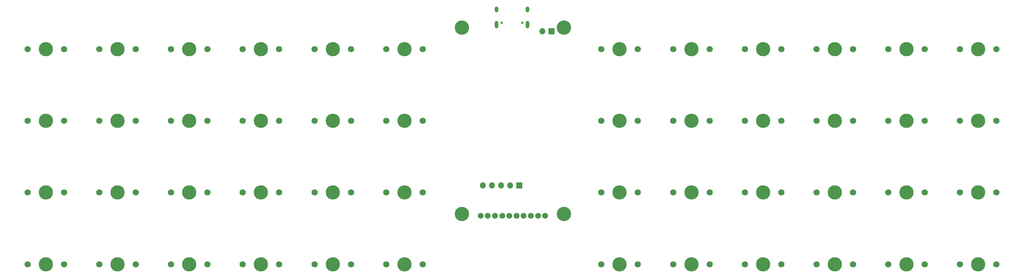
<source format=gbr>
%TF.GenerationSoftware,KiCad,Pcbnew,(6.0.7)*%
%TF.CreationDate,2022-08-23T18:51:20+01:00*%
%TF.ProjectId,ortho40,6f727468-6f34-4302-9e6b-696361645f70,rev?*%
%TF.SameCoordinates,Original*%
%TF.FileFunction,Soldermask,Top*%
%TF.FilePolarity,Negative*%
%FSLAX46Y46*%
G04 Gerber Fmt 4.6, Leading zero omitted, Abs format (unit mm)*
G04 Created by KiCad (PCBNEW (6.0.7)) date 2022-08-23 18:51:20*
%MOMM*%
%LPD*%
G01*
G04 APERTURE LIST*
%ADD10C,1.650000*%
%ADD11C,4.000000*%
%ADD12C,3.987800*%
%ADD13C,1.750000*%
%ADD14R,1.700000X1.700000*%
%ADD15O,1.700000X1.700000*%
%ADD16O,1.000000X1.600000*%
%ADD17O,1.000000X2.100000*%
%ADD18C,0.650000*%
G04 APERTURE END LIST*
D10*
%TO.C,U5*%
X171250000Y-76500000D03*
X173250000Y-76500000D03*
X175250000Y-76500000D03*
X177250000Y-76500000D03*
X179250000Y-76500000D03*
X181250000Y-76500000D03*
X183250000Y-76500000D03*
X185250000Y-76500000D03*
X187250000Y-76500000D03*
X189250000Y-76500000D03*
D11*
X194500000Y-24000000D03*
X166000000Y-76000000D03*
X166000000Y-24000000D03*
X194500000Y-76000000D03*
%TD*%
D12*
%TO.C,MX27*%
X90000000Y-70000000D03*
D13*
X95080000Y-70000000D03*
X84920000Y-70000000D03*
%TD*%
%TO.C,MX41*%
X124920000Y-90000000D03*
X135080000Y-90000000D03*
D12*
X130000000Y-90000000D03*
%TD*%
%TO.C,MX24*%
X310000000Y-50000000D03*
D13*
X315080000Y-50000000D03*
X304920000Y-50000000D03*
%TD*%
%TO.C,MX48*%
X304920000Y-90000000D03*
D12*
X310000000Y-90000000D03*
D13*
X315080000Y-90000000D03*
%TD*%
%TO.C,MX36*%
X315080000Y-70000000D03*
D12*
X310000000Y-70000000D03*
D13*
X304920000Y-70000000D03*
%TD*%
D12*
%TO.C,MX11*%
X290000000Y-30000000D03*
D13*
X295080000Y-30000000D03*
X284920000Y-30000000D03*
%TD*%
%TO.C,MX7*%
X215080000Y-30000000D03*
X204920000Y-30000000D03*
D12*
X210000000Y-30000000D03*
%TD*%
D13*
%TO.C,MX29*%
X124920000Y-70000000D03*
D12*
X130000000Y-70000000D03*
D13*
X135080000Y-70000000D03*
%TD*%
D12*
%TO.C,MX14*%
X70000000Y-50000000D03*
D13*
X75080000Y-50000000D03*
X64920000Y-50000000D03*
%TD*%
D12*
%TO.C,MX43*%
X210000000Y-90000000D03*
D13*
X215080000Y-90000000D03*
X204920000Y-90000000D03*
%TD*%
D12*
%TO.C,MX4*%
X110000000Y-30000000D03*
D13*
X115080000Y-30000000D03*
X104920000Y-30000000D03*
%TD*%
%TO.C,MX25*%
X55080000Y-70000000D03*
X44920000Y-70000000D03*
D12*
X50000000Y-70000000D03*
%TD*%
%TO.C,MX45*%
X250000000Y-90000000D03*
D13*
X255080000Y-90000000D03*
X244920000Y-90000000D03*
%TD*%
D12*
%TO.C,MX23*%
X290000000Y-50000000D03*
D13*
X295080000Y-50000000D03*
X284920000Y-50000000D03*
%TD*%
%TO.C,MX32*%
X224920000Y-70000000D03*
X235080000Y-70000000D03*
D12*
X230000000Y-70000000D03*
%TD*%
%TO.C,MX3*%
X90000000Y-30000000D03*
D13*
X84920000Y-30000000D03*
X95080000Y-30000000D03*
%TD*%
%TO.C,MX22*%
X264920000Y-50000000D03*
D12*
X270000000Y-50000000D03*
D13*
X275080000Y-50000000D03*
%TD*%
D12*
%TO.C,MX21*%
X250000000Y-50000000D03*
D13*
X255080000Y-50000000D03*
X244920000Y-50000000D03*
%TD*%
D12*
%TO.C,MX8*%
X230000000Y-30000000D03*
D13*
X235080000Y-30000000D03*
X224920000Y-30000000D03*
%TD*%
%TO.C,MX44*%
X224920000Y-90000000D03*
D12*
X230000000Y-90000000D03*
D13*
X235080000Y-90000000D03*
%TD*%
%TO.C,MX40*%
X115080000Y-90000000D03*
D12*
X110000000Y-90000000D03*
D13*
X104920000Y-90000000D03*
%TD*%
%TO.C,MX39*%
X84920000Y-90000000D03*
X95080000Y-90000000D03*
D12*
X90000000Y-90000000D03*
%TD*%
D14*
%TO.C,SW1*%
X191000000Y-25000000D03*
D15*
X188460000Y-25000000D03*
%TD*%
D13*
%TO.C,MX38*%
X75080000Y-90000000D03*
D12*
X70000000Y-90000000D03*
D13*
X64920000Y-90000000D03*
%TD*%
%TO.C,MX18*%
X144920000Y-50000000D03*
X155080000Y-50000000D03*
D12*
X150000000Y-50000000D03*
%TD*%
D13*
%TO.C,MX28*%
X115080000Y-70000000D03*
X104920000Y-70000000D03*
D12*
X110000000Y-70000000D03*
%TD*%
%TO.C,MX31*%
X210000000Y-70000000D03*
D13*
X215080000Y-70000000D03*
X204920000Y-70000000D03*
%TD*%
%TO.C,MX1*%
X44920000Y-30000000D03*
X55080000Y-30000000D03*
D12*
X50000000Y-30000000D03*
%TD*%
D13*
%TO.C,MX26*%
X75080000Y-70000000D03*
D12*
X70000000Y-70000000D03*
D13*
X64920000Y-70000000D03*
%TD*%
%TO.C,MX13*%
X55080000Y-50000000D03*
X44920000Y-50000000D03*
D12*
X50000000Y-50000000D03*
%TD*%
D13*
%TO.C,MX9*%
X255080000Y-30000000D03*
D12*
X250000000Y-30000000D03*
D13*
X244920000Y-30000000D03*
%TD*%
D12*
%TO.C,MX46*%
X270000000Y-90000000D03*
D13*
X264920000Y-90000000D03*
X275080000Y-90000000D03*
%TD*%
%TO.C,MX17*%
X135080000Y-50000000D03*
X124920000Y-50000000D03*
D12*
X130000000Y-50000000D03*
%TD*%
%TO.C,MX10*%
X270000000Y-30000000D03*
D13*
X264920000Y-30000000D03*
X275080000Y-30000000D03*
%TD*%
%TO.C,MX30*%
X155080000Y-70000000D03*
X144920000Y-70000000D03*
D12*
X150000000Y-70000000D03*
%TD*%
D13*
%TO.C,MX6*%
X144920000Y-30000000D03*
X155080000Y-30000000D03*
D12*
X150000000Y-30000000D03*
%TD*%
D13*
%TO.C,MX35*%
X295080000Y-70000000D03*
D12*
X290000000Y-70000000D03*
D13*
X284920000Y-70000000D03*
%TD*%
%TO.C,MX20*%
X235080000Y-50000000D03*
X224920000Y-50000000D03*
D12*
X230000000Y-50000000D03*
%TD*%
D13*
%TO.C,MX33*%
X255080000Y-70000000D03*
X244920000Y-70000000D03*
D12*
X250000000Y-70000000D03*
%TD*%
%TO.C,MX15*%
X90000000Y-50000000D03*
D13*
X95080000Y-50000000D03*
X84920000Y-50000000D03*
%TD*%
%TO.C,MX37*%
X44920000Y-90000000D03*
X55080000Y-90000000D03*
D12*
X50000000Y-90000000D03*
%TD*%
D13*
%TO.C,MX34*%
X264920000Y-70000000D03*
X275080000Y-70000000D03*
D12*
X270000000Y-70000000D03*
%TD*%
D13*
%TO.C,MX2*%
X64920000Y-30000000D03*
D12*
X70000000Y-30000000D03*
D13*
X75080000Y-30000000D03*
%TD*%
%TO.C,MX5*%
X124920000Y-30000000D03*
X135080000Y-30000000D03*
D12*
X130000000Y-30000000D03*
%TD*%
D13*
%TO.C,MX47*%
X284920000Y-90000000D03*
D12*
X290000000Y-90000000D03*
D13*
X295080000Y-90000000D03*
%TD*%
%TO.C,MX19*%
X215080000Y-50000000D03*
D12*
X210000000Y-50000000D03*
D13*
X204920000Y-50000000D03*
%TD*%
%TO.C,MX16*%
X104920000Y-50000000D03*
X115080000Y-50000000D03*
D12*
X110000000Y-50000000D03*
%TD*%
%TO.C,MX12*%
X310000000Y-30000000D03*
D13*
X315080000Y-30000000D03*
X304920000Y-30000000D03*
%TD*%
%TO.C,MX42*%
X155080000Y-90000000D03*
X144920000Y-90000000D03*
D12*
X150000000Y-90000000D03*
%TD*%
D14*
%TO.C,J1*%
X182050000Y-68050000D03*
D15*
X179510000Y-68050000D03*
X176970000Y-68050000D03*
X174430000Y-68050000D03*
X171890000Y-68050000D03*
%TD*%
D16*
%TO.C,J2*%
X175680000Y-18950000D03*
X184320000Y-18950000D03*
D17*
X184320000Y-23130000D03*
X175680000Y-23130000D03*
D18*
X177110000Y-22600000D03*
X182890000Y-22600000D03*
%TD*%
M02*

</source>
